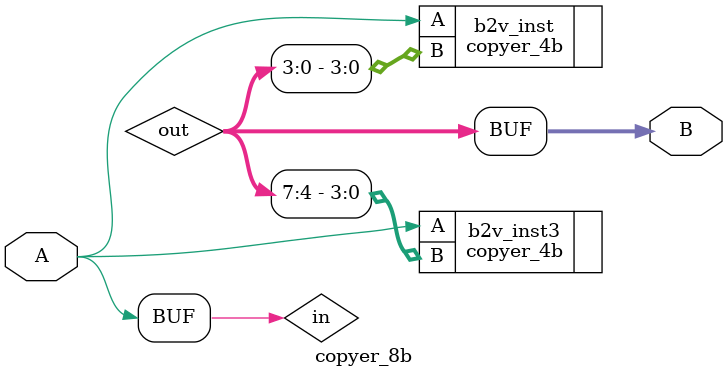
<source format=v>


module copyer_8b(
	A,
	B
);


input wire	[0:0] A;
output wire	[7:0] B;

wire	[0:0] in;
wire	[7:0] out;





copyer_4b	b2v_inst(
	.A(in),
	.B(out[3:0]));


copyer_4b	b2v_inst3(
	.A(in),
	.B(out[7:4]));

assign	B = out;
assign	in = A;

endmodule

</source>
